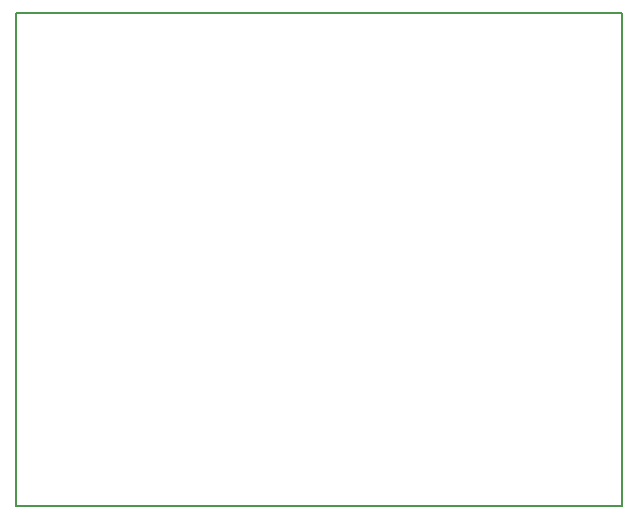
<source format=gbr>
G04 DipTrace 3.2.0.1*
G04 Ãðàíèöûïëàòû.gbr*
%MOMM*%
G04 #@! TF.FileFunction,Profile*
G04 #@! TF.Part,Single*
%ADD11C,0.14*%
%FSLAX35Y35*%
G04*
G71*
G90*
G75*
G01*
G04 BoardOutline*
%LPD*%
X1000000Y5170000D2*
D11*
X6130000D1*
Y1000000D1*
X1000000D1*
Y5170000D1*
M02*

</source>
